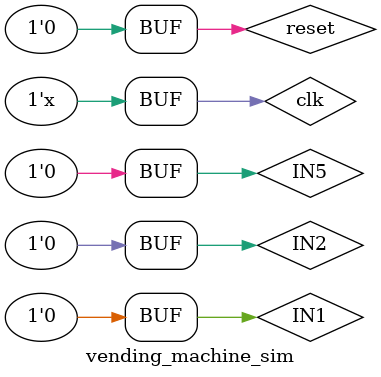
<source format=v>
`timescale 1ns / 1ps


module vending_machine_sim();
    reg reset, clk, IN1, IN2, IN5;
    wire SUC, OUT1, OUT2;
    
    vending_machine name(reset, clk, IN1, IN2, IN5, SUC, OUT1, OUT2);
    
    always #10 clk = ~clk;
    
    initial begin
        reset = 1; clk = 0; IN1 = 0; IN2 = 0; IN5 = 0;
        #100 reset = 0;
        #40 IN1 = 1;
        #20 IN1 = 0;
        #20 IN5 = 1;
        #20 IN5 = 0;
        #20 IN5 = 1;
        #20 IN5 = 0;
    end
endmodule

</source>
